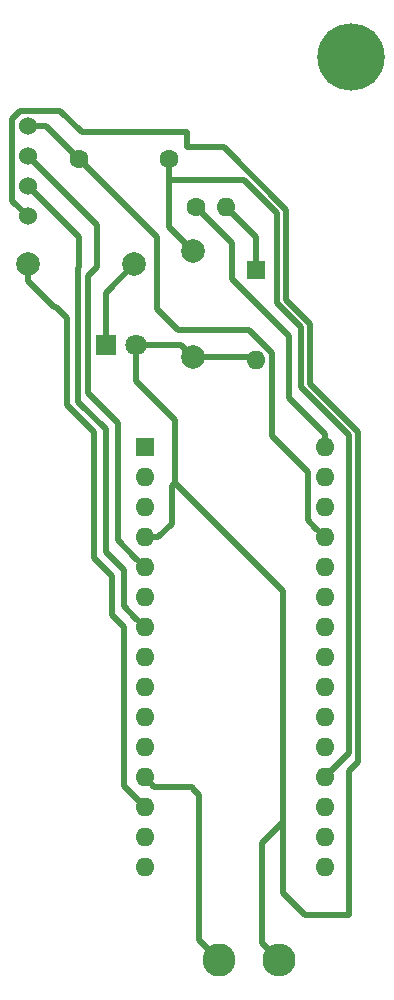
<source format=gbr>
G04 #@! TF.GenerationSoftware,KiCad,Pcbnew,5.0.2-bee76a0~70~ubuntu18.04.1*
G04 #@! TF.CreationDate,2019-09-26T12:34:54+02:00*
G04 #@! TF.ProjectId,mozzi_theremin_circuit,6d6f7a7a-695f-4746-9865-72656d696e5f,rev?*
G04 #@! TF.SameCoordinates,Original*
G04 #@! TF.FileFunction,Copper,L1,Top*
G04 #@! TF.FilePolarity,Positive*
%FSLAX46Y46*%
G04 Gerber Fmt 4.6, Leading zero omitted, Abs format (unit mm)*
G04 Created by KiCad (PCBNEW 5.0.2-bee76a0~70~ubuntu18.04.1) date Thu 26 Sep 2019 12:34:54 PM CEST*
%MOMM*%
%LPD*%
G01*
G04 APERTURE LIST*
G04 #@! TA.AperFunction,ComponentPad*
%ADD10R,1.600000X1.600000*%
G04 #@! TD*
G04 #@! TA.AperFunction,ComponentPad*
%ADD11O,1.600000X1.600000*%
G04 #@! TD*
G04 #@! TA.AperFunction,ComponentPad*
%ADD12R,1.800000X1.800000*%
G04 #@! TD*
G04 #@! TA.AperFunction,ComponentPad*
%ADD13C,1.800000*%
G04 #@! TD*
G04 #@! TA.AperFunction,ComponentPad*
%ADD14C,2.800000*%
G04 #@! TD*
G04 #@! TA.AperFunction,ComponentPad*
%ADD15O,2.800000X2.800000*%
G04 #@! TD*
G04 #@! TA.AperFunction,ComponentPad*
%ADD16C,2.000000*%
G04 #@! TD*
G04 #@! TA.AperFunction,ComponentPad*
%ADD17C,1.600000*%
G04 #@! TD*
G04 #@! TA.AperFunction,ComponentPad*
%ADD18C,1.530000*%
G04 #@! TD*
G04 #@! TA.AperFunction,ComponentPad*
%ADD19C,5.700000*%
G04 #@! TD*
G04 #@! TA.AperFunction,Conductor*
%ADD20C,0.500000*%
G04 #@! TD*
G04 APERTURE END LIST*
D10*
G04 #@! TO.P,A1,1*
G04 #@! TO.N,Net-(A1-Pad1)*
X101021190Y-89524914D03*
D11*
G04 #@! TO.P,A1,17*
G04 #@! TO.N,Net-(A1-Pad17)*
X116261190Y-122544914D03*
G04 #@! TO.P,A1,2*
G04 #@! TO.N,Net-(A1-Pad2)*
X101021190Y-92064914D03*
G04 #@! TO.P,A1,18*
G04 #@! TO.N,Net-(A1-Pad18)*
X116261190Y-120004914D03*
G04 #@! TO.P,A1,3*
G04 #@! TO.N,Net-(A1-Pad3)*
X101021190Y-94604914D03*
G04 #@! TO.P,A1,19*
G04 #@! TO.N,Net-(A1-Pad19)*
X116261190Y-117464914D03*
G04 #@! TO.P,A1,4*
G04 #@! TO.N,Net-(A1-Pad4)*
X101021190Y-97144914D03*
G04 #@! TO.P,A1,20*
G04 #@! TO.N,Net-(A1-Pad20)*
X116261190Y-114924914D03*
G04 #@! TO.P,A1,5*
G04 #@! TO.N,Net-(A1-Pad5)*
X101021190Y-99684914D03*
G04 #@! TO.P,A1,21*
G04 #@! TO.N,Net-(A1-Pad21)*
X116261190Y-112384914D03*
G04 #@! TO.P,A1,6*
G04 #@! TO.N,Net-(A1-Pad6)*
X101021190Y-102224914D03*
G04 #@! TO.P,A1,22*
G04 #@! TO.N,Net-(A1-Pad22)*
X116261190Y-109844914D03*
G04 #@! TO.P,A1,7*
G04 #@! TO.N,Net-(A1-Pad7)*
X101021190Y-104764914D03*
G04 #@! TO.P,A1,23*
G04 #@! TO.N,Net-(A1-Pad23)*
X116261190Y-107304914D03*
G04 #@! TO.P,A1,8*
G04 #@! TO.N,Net-(A1-Pad8)*
X101021190Y-107304914D03*
G04 #@! TO.P,A1,24*
G04 #@! TO.N,Net-(A1-Pad24)*
X116261190Y-104764914D03*
G04 #@! TO.P,A1,9*
G04 #@! TO.N,Net-(A1-Pad9)*
X101021190Y-109844914D03*
G04 #@! TO.P,A1,25*
G04 #@! TO.N,Net-(A1-Pad25)*
X116261190Y-102224914D03*
G04 #@! TO.P,A1,10*
G04 #@! TO.N,Net-(A1-Pad10)*
X101021190Y-112384914D03*
G04 #@! TO.P,A1,26*
G04 #@! TO.N,Net-(A1-Pad26)*
X116261190Y-99684914D03*
G04 #@! TO.P,A1,11*
G04 #@! TO.N,Net-(A1-Pad11)*
X101021190Y-114924914D03*
G04 #@! TO.P,A1,27*
G04 #@! TO.N,Net-(A1-Pad27)*
X116261190Y-97144914D03*
G04 #@! TO.P,A1,12*
G04 #@! TO.N,Net-(A1-Pad12)*
X101021190Y-117464914D03*
G04 #@! TO.P,A1,28*
G04 #@! TO.N,Net-(A1-Pad28)*
X116261190Y-94604914D03*
G04 #@! TO.P,A1,13*
G04 #@! TO.N,Net-(A1-Pad13)*
X101021190Y-120004914D03*
G04 #@! TO.P,A1,29*
G04 #@! TO.N,Net-(A1-Pad29)*
X116261190Y-92064914D03*
G04 #@! TO.P,A1,14*
G04 #@! TO.N,Net-(A1-Pad14)*
X101021190Y-122544914D03*
G04 #@! TO.P,A1,30*
G04 #@! TO.N,Net-(A1-Pad30)*
X116261190Y-89524914D03*
G04 #@! TO.P,A1,15*
G04 #@! TO.N,Net-(A1-Pad15)*
X101021190Y-125084914D03*
G04 #@! TO.P,A1,16*
G04 #@! TO.N,Net-(A1-Pad16)*
X116261190Y-125084914D03*
G04 #@! TD*
D10*
G04 #@! TO.P,BT1,1*
G04 #@! TO.N,Net-(BT1-Pad1)*
X110419190Y-74538914D03*
D11*
G04 #@! TO.P,BT1,2*
G04 #@! TO.N,Net-(A1-Pad4)*
X110419190Y-82158914D03*
G04 #@! TD*
D12*
G04 #@! TO.P,D1,1*
G04 #@! TO.N,Net-(D1-Pad1)*
X97719190Y-80888914D03*
D13*
G04 #@! TO.P,D1,2*
G04 #@! TO.N,Net-(A1-Pad4)*
X100259190Y-80888914D03*
G04 #@! TD*
D14*
G04 #@! TO.P,jack1,1*
G04 #@! TO.N,Net-(C1-Pad1)*
X107260000Y-132890000D03*
D15*
G04 #@! TO.P,jack1,2*
G04 #@! TO.N,Net-(A1-Pad4)*
X112340000Y-132890000D03*
G04 #@! TD*
D16*
G04 #@! TO.P,R1,1*
G04 #@! TO.N,Net-(A1-Pad13)*
X91115190Y-74030914D03*
G04 #@! TO.P,R1,2*
G04 #@! TO.N,Net-(D1-Pad1)*
X100115190Y-74030914D03*
G04 #@! TD*
G04 #@! TO.P,R3,2*
G04 #@! TO.N,Net-(A1-Pad4)*
X105085190Y-81904914D03*
G04 #@! TO.P,R3,1*
G04 #@! TO.N,Net-(A1-Pad19)*
X105085190Y-72904914D03*
G04 #@! TD*
D17*
G04 #@! TO.P,R4,1*
G04 #@! TO.N,Net-(A1-Pad27)*
X95453190Y-65140914D03*
G04 #@! TO.P,R4,2*
G04 #@! TO.N,Net-(A1-Pad19)*
X103053190Y-65140914D03*
G04 #@! TD*
G04 #@! TO.P,switch1,1*
G04 #@! TO.N,Net-(A1-Pad30)*
X105339190Y-69204914D03*
D11*
G04 #@! TO.P,switch1,2*
G04 #@! TO.N,Net-(BT1-Pad1)*
X107879190Y-69204914D03*
G04 #@! TD*
D18*
G04 #@! TO.P,U1,2*
G04 #@! TO.N,Net-(A1-Pad5)*
X91115190Y-64886914D03*
G04 #@! TO.P,U1,3*
G04 #@! TO.N,Net-(A1-Pad7)*
X91115190Y-67426914D03*
G04 #@! TO.P,U1,4*
G04 #@! TO.N,Net-(A1-Pad4)*
X91115190Y-69966914D03*
G04 #@! TO.P,U1,1*
G04 #@! TO.N,Net-(A1-Pad27)*
X91115190Y-62346914D03*
G04 #@! TD*
D19*
G04 #@! TO.P,REF\002A\002A,1*
G04 #@! TO.N,N/C*
X118500000Y-56500000D03*
G04 #@! TD*
D20*
G04 #@! TO.N,*
X101830000Y-118280000D02*
X104920000Y-118280000D01*
G04 #@! TO.N,Net-(A1-Pad19)*
X103053190Y-70872914D02*
X105085190Y-72904914D01*
X118293190Y-115432914D02*
X116261190Y-117464914D01*
X118293190Y-88508914D02*
X118293190Y-115432914D01*
X114229190Y-84444914D02*
X118293190Y-88508914D01*
X114229190Y-84444914D02*
X114229190Y-79364914D01*
X114229190Y-79364914D02*
X112197190Y-77332914D01*
X112197190Y-77332914D02*
X112197190Y-69712914D01*
X109403190Y-66918914D02*
X103053190Y-66918914D01*
X103053190Y-65140914D02*
X103053190Y-66918914D01*
X112197190Y-69712914D02*
X109403190Y-66918914D01*
X103053190Y-66918914D02*
X103053190Y-70872914D01*
G04 #@! TO.N,Net-(A1-Pad4)*
X110165190Y-81904914D02*
X110419190Y-82158914D01*
X105085190Y-81904914D02*
X110165190Y-81904914D01*
X104069190Y-80888914D02*
X105085190Y-81904914D01*
X100259190Y-80888914D02*
X104069190Y-80888914D01*
X102152560Y-97144914D02*
X103307190Y-95990284D01*
X101021190Y-97144914D02*
X102152560Y-97144914D01*
X100259190Y-83936914D02*
X103561190Y-87238914D01*
X103561190Y-87238914D02*
X103561190Y-92572914D01*
X100259190Y-80888914D02*
X100259190Y-83936914D01*
X103561190Y-92572914D02*
X112705190Y-101716914D01*
X103307190Y-92826914D02*
X103561190Y-92572914D01*
X103307190Y-95990284D02*
X103307190Y-92826914D01*
X110940001Y-122985189D02*
X112705190Y-121220000D01*
X110940001Y-131490001D02*
X110940001Y-122985189D01*
X112340000Y-132890000D02*
X110940001Y-131490001D01*
X112705190Y-101716914D02*
X112705190Y-121220000D01*
X119093200Y-116156904D02*
X119093200Y-88177540D01*
X90483989Y-61031913D02*
X89800189Y-61715713D01*
X118293190Y-116956914D02*
X119093200Y-116156904D01*
X112997200Y-69381540D02*
X107740574Y-64124914D01*
X114608914Y-129148914D02*
X118293190Y-129148914D01*
X93864189Y-61031913D02*
X90483989Y-61031913D01*
X107740574Y-64124914D02*
X104577190Y-64124914D01*
X118293190Y-129148914D02*
X118293190Y-116956914D01*
X112705190Y-127245190D02*
X114608914Y-129148914D01*
X119093200Y-88177540D02*
X115029200Y-84113540D01*
X89800189Y-68651913D02*
X91115190Y-69966914D01*
X104577190Y-64124914D02*
X104577190Y-62854914D01*
X115029200Y-84113540D02*
X115029200Y-79033540D01*
X115029200Y-79033540D02*
X112997200Y-77001540D01*
X89800189Y-61715713D02*
X89800189Y-68651913D01*
X112997200Y-77001540D02*
X112997200Y-69381540D01*
X112705190Y-121220000D02*
X112705190Y-127245190D01*
X95687190Y-62854914D02*
X93864189Y-61031913D01*
X104577190Y-62854914D02*
X95687190Y-62854914D01*
G04 #@! TO.N,Net-(A1-Pad5)*
X100221191Y-98884915D02*
X101021190Y-99684914D01*
X96957190Y-70728914D02*
X96957190Y-74284914D01*
X96195190Y-84952914D02*
X98735190Y-87492914D01*
X91115190Y-64886914D02*
X96957190Y-70728914D01*
X96957190Y-74284914D02*
X96195190Y-75046914D01*
X98735190Y-87492914D02*
X98735190Y-97398914D01*
X98735190Y-97398914D02*
X100221191Y-98884915D01*
X96195190Y-75046914D02*
X96195190Y-84952914D01*
G04 #@! TO.N,Net-(A1-Pad7)*
X100221191Y-103964915D02*
X101021190Y-104764914D01*
X99243190Y-99938914D02*
X99243190Y-102986914D01*
X97719190Y-98414914D02*
X99243190Y-99938914D01*
X95395180Y-85676904D02*
X97719190Y-88000914D01*
X95433190Y-71744914D02*
X95433190Y-74284914D01*
X97719190Y-88000914D02*
X97719190Y-98414914D01*
X91115190Y-67426914D02*
X95433190Y-71744914D01*
X95433190Y-74284914D02*
X95395180Y-74322924D01*
X99243190Y-102986914D02*
X100221191Y-103964915D01*
X95395180Y-74322924D02*
X95395180Y-85676904D01*
G04 #@! TO.N,Net-(A1-Pad27)*
X92659190Y-62346914D02*
X95453190Y-65140914D01*
X91115190Y-62346914D02*
X92659190Y-62346914D01*
X95453190Y-65140914D02*
X102037190Y-71724914D01*
X102037190Y-71724914D02*
X102037190Y-77840914D01*
X102037190Y-77840914D02*
X103815190Y-79618914D01*
X115461191Y-96344915D02*
X116261190Y-97144914D01*
X114817191Y-95700915D02*
X115461191Y-96344915D01*
X109877192Y-79618914D02*
X111769191Y-81510913D01*
X103815190Y-79618914D02*
X109877192Y-79618914D01*
X111769191Y-81510913D02*
X111769191Y-88588915D01*
X114817191Y-91636915D02*
X114817191Y-95700915D01*
X111769191Y-88588915D02*
X114817191Y-91636915D01*
G04 #@! TO.N,Net-(A1-Pad12)*
X101021190Y-117464914D02*
X101821189Y-118264913D01*
G04 #@! TO.N,Net-(A1-Pad13)*
X91115190Y-74030914D02*
X91115190Y-75445127D01*
X91115190Y-75445127D02*
X93325170Y-77655107D01*
X99243190Y-118226914D02*
X101021190Y-120004914D01*
X99243190Y-104764914D02*
X99243190Y-118226914D01*
X93325170Y-77655107D02*
X93469383Y-77655107D01*
X93469383Y-77655107D02*
X94417190Y-78602914D01*
X94417190Y-78602914D02*
X94417190Y-85968914D01*
X94417190Y-85968914D02*
X96703190Y-88254914D01*
X96703190Y-88254914D02*
X96703190Y-98922914D01*
X98227190Y-100446914D02*
X98227190Y-103748914D01*
X96703190Y-98922914D02*
X98227190Y-100446914D01*
X98227190Y-103748914D02*
X99243190Y-104764914D01*
G04 #@! TO.N,Net-(A1-Pad30)*
X116261190Y-88393544D02*
X116261190Y-89524914D01*
X113213190Y-85345544D02*
X116261190Y-88393544D01*
X105339190Y-69204914D02*
X108387190Y-72252914D01*
X108387190Y-72252914D02*
X108387190Y-75300914D01*
X113213190Y-80126914D02*
X113213190Y-85345544D01*
X108387190Y-75300914D02*
X113213190Y-80126914D01*
G04 #@! TO.N,Net-(BT1-Pad1)*
X110419190Y-71744914D02*
X110419190Y-74538914D01*
X107879190Y-69204914D02*
X110419190Y-71744914D01*
G04 #@! TO.N,Net-(C1-Pad1)*
X107260000Y-132890000D02*
X105630000Y-131260000D01*
X105630000Y-118960000D02*
X105214923Y-118544923D01*
X105630000Y-131260000D02*
X105630000Y-118960000D01*
X105214923Y-118544923D02*
X104970000Y-118300000D01*
G04 #@! TO.N,Net-(D1-Pad1)*
X97719190Y-76426914D02*
X100115190Y-74030914D01*
X97719190Y-80888914D02*
X97719190Y-76426914D01*
G04 #@! TD*
M02*

</source>
